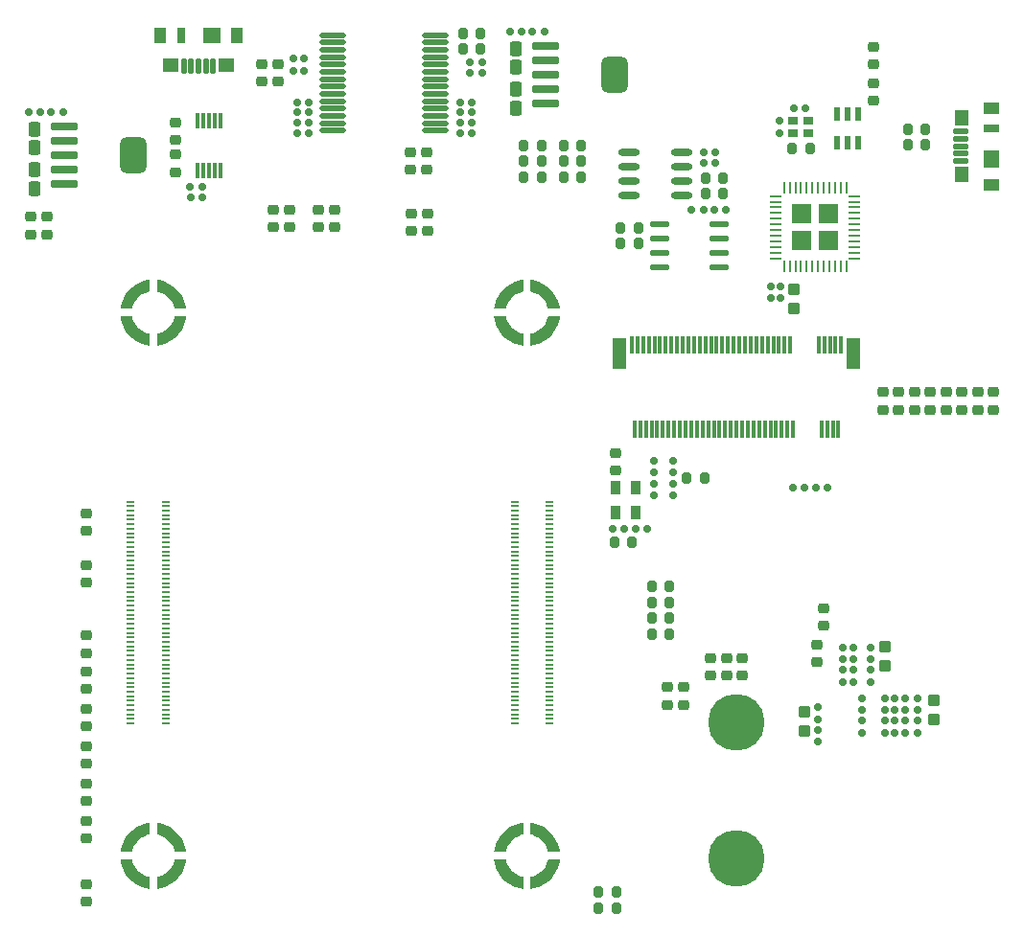
<source format=gbr>
G04*
G04 #@! TF.GenerationSoftware,Altium Limited,Altium Designer,24.9.1 (31)*
G04*
G04 Layer_Color=8421504*
%FSLAX44Y44*%
%MOMM*%
G71*
G04*
G04 #@! TF.SameCoordinates,95152EAB-924E-4990-96F7-4EF775BF21D2*
G04*
G04*
G04 #@! TF.FilePolarity,Positive*
G04*
G01*
G75*
%ADD20R,1.7076X1.7076*%
G04:AMPARAMS|DCode=21|XSize=0.4572mm|YSize=1.3716mm|CornerRadius=0.1143mm|HoleSize=0mm|Usage=FLASHONLY|Rotation=180.000|XOffset=0mm|YOffset=0mm|HoleType=Round|Shape=RoundedRectangle|*
%AMROUNDEDRECTD21*
21,1,0.4572,1.1430,0,0,180.0*
21,1,0.2286,1.3716,0,0,180.0*
1,1,0.2286,-0.1143,0.5715*
1,1,0.2286,0.1143,0.5715*
1,1,0.2286,0.1143,-0.5715*
1,1,0.2286,-0.1143,-0.5715*
%
%ADD21ROUNDEDRECTD21*%
%ADD22R,1.1000X1.4000*%
%ADD23R,1.3494X1.2224*%
%ADD24R,1.6000X1.4000*%
%ADD25R,0.8000X1.4000*%
G04:AMPARAMS|DCode=26|XSize=0.95mm|YSize=0.85mm|CornerRadius=0.2125mm|HoleSize=0mm|Usage=FLASHONLY|Rotation=180.000|XOffset=0mm|YOffset=0mm|HoleType=Round|Shape=RoundedRectangle|*
%AMROUNDEDRECTD26*
21,1,0.9500,0.4250,0,0,180.0*
21,1,0.5250,0.8500,0,0,180.0*
1,1,0.4250,-0.2625,0.2125*
1,1,0.4250,0.2625,0.2125*
1,1,0.4250,0.2625,-0.2125*
1,1,0.4250,-0.2625,-0.2125*
%
%ADD26ROUNDEDRECTD26*%
%ADD27O,0.2189X1.0367*%
%ADD28O,1.0367X0.2189*%
%ADD29R,0.3000X1.5500*%
%ADD30R,1.2000X2.7500*%
%ADD31R,1.4000X0.8000*%
%ADD32R,1.4000X1.6000*%
%ADD33R,1.4000X1.1000*%
%ADD34R,1.2224X1.3494*%
G04:AMPARAMS|DCode=35|XSize=0.4572mm|YSize=1.3716mm|CornerRadius=0.1143mm|HoleSize=0mm|Usage=FLASHONLY|Rotation=90.000|XOffset=0mm|YOffset=0mm|HoleType=Round|Shape=RoundedRectangle|*
%AMROUNDEDRECTD35*
21,1,0.4572,1.1430,0,0,90.0*
21,1,0.2286,1.3716,0,0,90.0*
1,1,0.2286,0.5715,0.1143*
1,1,0.2286,0.5715,-0.1143*
1,1,0.2286,-0.5715,-0.1143*
1,1,0.2286,-0.5715,0.1143*
%
%ADD35ROUNDEDRECTD35*%
%ADD36R,0.7000X0.2000*%
%ADD37R,0.8500X0.7500*%
G04:AMPARAMS|DCode=38|XSize=0.95mm|YSize=0.85mm|CornerRadius=0.2125mm|HoleSize=0mm|Usage=FLASHONLY|Rotation=90.000|XOffset=0mm|YOffset=0mm|HoleType=Round|Shape=RoundedRectangle|*
%AMROUNDEDRECTD38*
21,1,0.9500,0.4250,0,0,90.0*
21,1,0.5250,0.8500,0,0,90.0*
1,1,0.4250,0.2125,0.2625*
1,1,0.4250,0.2125,-0.2625*
1,1,0.4250,-0.2125,-0.2625*
1,1,0.4250,-0.2125,0.2625*
%
%ADD38ROUNDEDRECTD38*%
G04:AMPARAMS|DCode=39|XSize=1.64mm|YSize=0.59mm|CornerRadius=0.1475mm|HoleSize=0mm|Usage=FLASHONLY|Rotation=0.000|XOffset=0mm|YOffset=0mm|HoleType=Round|Shape=RoundedRectangle|*
%AMROUNDEDRECTD39*
21,1,1.6400,0.2950,0,0,0.0*
21,1,1.3450,0.5900,0,0,0.0*
1,1,0.2950,0.6725,-0.1475*
1,1,0.2950,-0.6725,-0.1475*
1,1,0.2950,-0.6725,0.1475*
1,1,0.2950,0.6725,0.1475*
%
%ADD39ROUNDEDRECTD39*%
G04:AMPARAMS|DCode=40|XSize=1.21mm|YSize=0.59mm|CornerRadius=0.0738mm|HoleSize=0mm|Usage=FLASHONLY|Rotation=270.000|XOffset=0mm|YOffset=0mm|HoleType=Round|Shape=RoundedRectangle|*
%AMROUNDEDRECTD40*
21,1,1.2100,0.4425,0,0,270.0*
21,1,1.0625,0.5900,0,0,270.0*
1,1,0.1475,-0.2213,-0.5313*
1,1,0.1475,-0.2213,0.5313*
1,1,0.1475,0.2213,0.5313*
1,1,0.1475,0.2213,-0.5313*
%
%ADD40ROUNDEDRECTD40*%
%ADD41R,0.9500X1.2000*%
G04:AMPARAMS|DCode=42|XSize=1.4mm|YSize=0.3mm|CornerRadius=0.075mm|HoleSize=0mm|Usage=FLASHONLY|Rotation=90.000|XOffset=0mm|YOffset=0mm|HoleType=Round|Shape=RoundedRectangle|*
%AMROUNDEDRECTD42*
21,1,1.4000,0.1500,0,0,90.0*
21,1,1.2500,0.3000,0,0,90.0*
1,1,0.1500,0.0750,0.6250*
1,1,0.1500,0.0750,-0.6250*
1,1,0.1500,-0.0750,-0.6250*
1,1,0.1500,-0.0750,0.6250*
%
%ADD42ROUNDEDRECTD42*%
%ADD43O,1.9000X0.6000*%
G04:AMPARAMS|DCode=44|XSize=3.2mm|YSize=2.4mm|CornerRadius=0.6mm|HoleSize=0mm|Usage=FLASHONLY|Rotation=90.000|XOffset=0mm|YOffset=0mm|HoleType=Round|Shape=RoundedRectangle|*
%AMROUNDEDRECTD44*
21,1,3.2000,1.2000,0,0,90.0*
21,1,2.0000,2.4000,0,0,90.0*
1,1,1.2000,0.6000,1.0000*
1,1,1.2000,0.6000,-1.0000*
1,1,1.2000,-0.6000,-1.0000*
1,1,1.2000,-0.6000,1.0000*
%
%ADD44ROUNDEDRECTD44*%
G04:AMPARAMS|DCode=45|XSize=0.7mm|YSize=2.4mm|CornerRadius=0.175mm|HoleSize=0mm|Usage=FLASHONLY|Rotation=90.000|XOffset=0mm|YOffset=0mm|HoleType=Round|Shape=RoundedRectangle|*
%AMROUNDEDRECTD45*
21,1,0.7000,2.0500,0,0,90.0*
21,1,0.3500,2.4000,0,0,90.0*
1,1,0.3500,1.0250,0.1750*
1,1,0.3500,1.0250,-0.1750*
1,1,0.3500,-1.0250,-0.1750*
1,1,0.3500,-1.0250,0.1750*
%
%ADD45ROUNDEDRECTD45*%
G04:AMPARAMS|DCode=46|XSize=1.1mm|YSize=1mm|CornerRadius=0.25mm|HoleSize=0mm|Usage=FLASHONLY|Rotation=270.000|XOffset=0mm|YOffset=0mm|HoleType=Round|Shape=RoundedRectangle|*
%AMROUNDEDRECTD46*
21,1,1.1000,0.5000,0,0,270.0*
21,1,0.6000,1.0000,0,0,270.0*
1,1,0.5000,-0.2500,-0.3000*
1,1,0.5000,-0.2500,0.3000*
1,1,0.5000,0.2500,0.3000*
1,1,0.5000,0.2500,-0.3000*
%
%ADD46ROUNDEDRECTD46*%
G04:AMPARAMS|DCode=47|XSize=0.65mm|YSize=0.6mm|CornerRadius=0.15mm|HoleSize=0mm|Usage=FLASHONLY|Rotation=0.000|XOffset=0mm|YOffset=0mm|HoleType=Round|Shape=RoundedRectangle|*
%AMROUNDEDRECTD47*
21,1,0.6500,0.3000,0,0,0.0*
21,1,0.3500,0.6000,0,0,0.0*
1,1,0.3000,0.1750,-0.1500*
1,1,0.3000,-0.1750,-0.1500*
1,1,0.3000,-0.1750,0.1500*
1,1,0.3000,0.1750,0.1500*
%
%ADD47ROUNDEDRECTD47*%
G04:AMPARAMS|DCode=48|XSize=0.65mm|YSize=0.6mm|CornerRadius=0.15mm|HoleSize=0mm|Usage=FLASHONLY|Rotation=90.000|XOffset=0mm|YOffset=0mm|HoleType=Round|Shape=RoundedRectangle|*
%AMROUNDEDRECTD48*
21,1,0.6500,0.3000,0,0,90.0*
21,1,0.3500,0.6000,0,0,90.0*
1,1,0.3000,0.1500,0.1750*
1,1,0.3000,0.1500,-0.1750*
1,1,0.3000,-0.1500,-0.1750*
1,1,0.3000,-0.1500,0.1750*
%
%ADD48ROUNDEDRECTD48*%
G04:AMPARAMS|DCode=49|XSize=1.1mm|YSize=1.3mm|CornerRadius=0.25mm|HoleSize=0mm|Usage=FLASHONLY|Rotation=180.000|XOffset=0mm|YOffset=0mm|HoleType=Round|Shape=RoundedRectangle|*
%AMROUNDEDRECTD49*
21,1,1.1000,0.8000,0,0,180.0*
21,1,0.6000,1.3000,0,0,180.0*
1,1,0.5000,-0.3000,0.4000*
1,1,0.5000,0.3000,0.4000*
1,1,0.5000,0.3000,-0.4000*
1,1,0.5000,-0.3000,-0.4000*
%
%ADD49ROUNDEDRECTD49*%
G04:AMPARAMS|DCode=50|XSize=2.3028mm|YSize=0.4427mm|CornerRadius=0.1107mm|HoleSize=0mm|Usage=FLASHONLY|Rotation=180.000|XOffset=0mm|YOffset=0mm|HoleType=Round|Shape=RoundedRectangle|*
%AMROUNDEDRECTD50*
21,1,2.3028,0.2214,0,0,180.0*
21,1,2.0814,0.4427,0,0,180.0*
1,1,0.2214,-1.0407,0.1107*
1,1,0.2214,1.0407,0.1107*
1,1,0.2214,1.0407,-0.1107*
1,1,0.2214,-1.0407,-0.1107*
%
%ADD50ROUNDEDRECTD50*%
%ADD51C,5.0000*%
G36*
X131750Y120981D02*
X129300Y121256D01*
X124561Y122619D01*
X120118Y124756D01*
X116096Y127609D01*
X112609Y131096D01*
X109756Y135118D01*
X107619Y139561D01*
X106256Y144300D01*
X105981Y146750D01*
D01*
X116280D01*
X116584Y145326D01*
X117514Y142567D01*
X118855Y139984D01*
X120574Y137635D01*
X122632Y135576D01*
X124981Y133856D01*
X127564Y132515D01*
X130322Y131585D01*
X131747Y131281D01*
D01*
X131750D01*
Y120981D01*
D02*
G37*
G36*
X105981Y153250D02*
X106256Y155700D01*
X107619Y160439D01*
X109756Y164882D01*
X112609Y168904D01*
X116096Y172391D01*
X120118Y175243D01*
X124561Y177381D01*
X129300Y178744D01*
X131750Y179019D01*
D01*
Y168720D01*
X130326Y168416D01*
X127567Y167486D01*
X124984Y166145D01*
X122635Y164426D01*
X120576Y162368D01*
X118856Y160019D01*
X117515Y157436D01*
X116585Y154678D01*
X116281Y153253D01*
D01*
Y153250D01*
X105981D01*
D02*
G37*
G36*
X164019Y146750D02*
X163744Y144300D01*
X162381Y139561D01*
X160243Y135118D01*
X157391Y131096D01*
X153904Y127609D01*
X149882Y124756D01*
X145439Y122619D01*
X140700Y121256D01*
X138250Y120981D01*
D01*
Y131280D01*
X139674Y131584D01*
X142433Y132514D01*
X145016Y133855D01*
X147365Y135574D01*
X149424Y137632D01*
X151144Y139981D01*
X152485Y142564D01*
X153415Y145322D01*
X153719Y146747D01*
D01*
Y146750D01*
X164019D01*
D02*
G37*
G36*
X138250Y179019D02*
X140700Y178744D01*
X145439Y177381D01*
X149882Y175243D01*
X153904Y172391D01*
X157391Y168904D01*
X160243Y164882D01*
X162381Y160439D01*
X163744Y155700D01*
X164019Y153250D01*
D01*
X153720D01*
X153416Y154674D01*
X152486Y157433D01*
X151145Y160016D01*
X149426Y162365D01*
X147368Y164424D01*
X145019Y166143D01*
X142436Y167484D01*
X139678Y168415D01*
X138253Y168719D01*
D01*
X138250D01*
Y179019D01*
D02*
G37*
G36*
X461750Y120981D02*
X459300Y121256D01*
X454561Y122619D01*
X450118Y124756D01*
X446096Y127609D01*
X442609Y131096D01*
X439757Y135118D01*
X437618Y139561D01*
X436256Y144300D01*
X435981Y146750D01*
D01*
X446280D01*
X446584Y145326D01*
X447514Y142567D01*
X448855Y139984D01*
X450574Y137635D01*
X452632Y135576D01*
X454981Y133856D01*
X457564Y132515D01*
X460322Y131585D01*
X461747Y131281D01*
D01*
X461750D01*
Y120981D01*
D02*
G37*
G36*
X435981Y153250D02*
X436256Y155700D01*
X437618Y160439D01*
X439757Y164882D01*
X442609Y168904D01*
X446096Y172391D01*
X450118Y175243D01*
X454561Y177381D01*
X459300Y178744D01*
X461750Y179019D01*
D01*
Y168720D01*
X460326Y168416D01*
X457567Y167486D01*
X454984Y166145D01*
X452635Y164426D01*
X450577Y162368D01*
X448857Y160019D01*
X447515Y157436D01*
X446585Y154678D01*
X446281Y153253D01*
D01*
Y153250D01*
X435981D01*
D02*
G37*
G36*
X494019Y146750D02*
X493744Y144300D01*
X492382Y139561D01*
X490243Y135118D01*
X487391Y131096D01*
X483904Y127609D01*
X479882Y124756D01*
X475439Y122619D01*
X470700Y121256D01*
X468250Y120981D01*
D01*
Y131280D01*
X469674Y131584D01*
X472433Y132514D01*
X475016Y133855D01*
X477365Y135574D01*
X479424Y137632D01*
X481143Y139981D01*
X482485Y142564D01*
X483415Y145322D01*
X483719Y146747D01*
D01*
Y146750D01*
X494019D01*
D02*
G37*
G36*
X468250Y179019D02*
X470700Y178744D01*
X475439Y177381D01*
X479882Y175243D01*
X483904Y172391D01*
X487391Y168904D01*
X490243Y164882D01*
X492382Y160439D01*
X493744Y155700D01*
X494019Y153250D01*
D01*
X483720D01*
X483416Y154674D01*
X482486Y157433D01*
X481145Y160016D01*
X479426Y162365D01*
X477368Y164424D01*
X475019Y166143D01*
X472436Y167484D01*
X469678Y168415D01*
X468253Y168719D01*
D01*
X468250D01*
Y179019D01*
D02*
G37*
G36*
X131750Y600981D02*
X129300Y601256D01*
X124561Y602618D01*
X120118Y604757D01*
X116096Y607609D01*
X112609Y611096D01*
X109756Y615118D01*
X107619Y619561D01*
X106256Y624300D01*
X105981Y626750D01*
D01*
X116280D01*
X116584Y625326D01*
X117514Y622567D01*
X118855Y619984D01*
X120574Y617635D01*
X122632Y615577D01*
X124981Y613857D01*
X127564Y612515D01*
X130322Y611585D01*
X131747Y611281D01*
D01*
X131750D01*
Y600981D01*
D02*
G37*
G36*
X105981Y633250D02*
X106256Y635700D01*
X107619Y640439D01*
X109756Y644882D01*
X112609Y648904D01*
X116096Y652391D01*
X120118Y655244D01*
X124561Y657382D01*
X129300Y658744D01*
X131750Y659019D01*
D01*
Y648720D01*
X130326Y648416D01*
X127567Y647486D01*
X124984Y646145D01*
X122635Y644426D01*
X120576Y642368D01*
X118856Y640019D01*
X117515Y637436D01*
X116585Y634678D01*
X116281Y633253D01*
D01*
Y633250D01*
X105981D01*
D02*
G37*
G36*
X164019Y626750D02*
X163744Y624300D01*
X162381Y619561D01*
X160243Y615118D01*
X157391Y611096D01*
X153904Y607609D01*
X149882Y604757D01*
X145439Y602618D01*
X140700Y601256D01*
X138250Y600981D01*
D01*
Y611280D01*
X139674Y611584D01*
X142433Y612514D01*
X145016Y613855D01*
X147365Y615574D01*
X149424Y617632D01*
X151144Y619981D01*
X152485Y622564D01*
X153415Y625322D01*
X153719Y626747D01*
D01*
Y626750D01*
X164019D01*
D02*
G37*
G36*
X138250Y659019D02*
X140700Y658744D01*
X145439Y657382D01*
X149882Y655244D01*
X153904Y652391D01*
X157391Y648904D01*
X160243Y644882D01*
X162381Y640439D01*
X163744Y635700D01*
X164019Y633250D01*
D01*
X153720D01*
X153416Y634674D01*
X152486Y637433D01*
X151145Y640016D01*
X149426Y642365D01*
X147368Y644424D01*
X145019Y646143D01*
X142436Y647485D01*
X139678Y648415D01*
X138253Y648719D01*
D01*
X138250D01*
Y659019D01*
D02*
G37*
G36*
X461750Y600981D02*
X459300Y601256D01*
X454561Y602618D01*
X450118Y604757D01*
X446096Y607609D01*
X442609Y611096D01*
X439757Y615118D01*
X437618Y619561D01*
X436256Y624300D01*
X435981Y626750D01*
D01*
X446280D01*
X446584Y625326D01*
X447514Y622567D01*
X448855Y619984D01*
X450574Y617635D01*
X452632Y615577D01*
X454981Y613857D01*
X457564Y612515D01*
X460322Y611585D01*
X461747Y611281D01*
D01*
X461750D01*
Y600981D01*
D02*
G37*
G36*
X435981Y633250D02*
X436256Y635700D01*
X437618Y640439D01*
X439757Y644882D01*
X442609Y648904D01*
X446096Y652391D01*
X450118Y655244D01*
X454561Y657382D01*
X459300Y658744D01*
X461750Y659019D01*
D01*
Y648720D01*
X460326Y648416D01*
X457567Y647486D01*
X454984Y646145D01*
X452635Y644426D01*
X450577Y642368D01*
X448857Y640019D01*
X447515Y637436D01*
X446585Y634678D01*
X446281Y633253D01*
D01*
Y633250D01*
X435981D01*
D02*
G37*
G36*
X494019Y626750D02*
X493744Y624300D01*
X492382Y619561D01*
X490243Y615118D01*
X487391Y611096D01*
X483904Y607609D01*
X479882Y604757D01*
X475439Y602618D01*
X470700Y601256D01*
X468250Y600981D01*
D01*
Y611280D01*
X469674Y611584D01*
X472433Y612514D01*
X475016Y613855D01*
X477365Y615574D01*
X479424Y617632D01*
X481143Y619981D01*
X482485Y622564D01*
X483415Y625322D01*
X483719Y626747D01*
D01*
Y626750D01*
X494019D01*
D02*
G37*
G36*
X468250Y659019D02*
X470700Y658744D01*
X475439Y657382D01*
X479882Y655244D01*
X483904Y652391D01*
X487391Y648904D01*
X490243Y644882D01*
X492382Y640439D01*
X493744Y635700D01*
X494019Y633250D01*
D01*
X483720D01*
X483416Y634674D01*
X482486Y637433D01*
X481145Y640016D01*
X479426Y642365D01*
X477368Y644424D01*
X475019Y646143D01*
X472436Y647485D01*
X469678Y648415D01*
X468253Y648719D01*
D01*
X468250D01*
Y659019D01*
D02*
G37*
D20*
X707654Y717341D02*
D03*
X731346D02*
D03*
X707654Y693648D02*
D03*
X731346D02*
D03*
D21*
X162000Y848198D02*
D03*
X168500D02*
D03*
X175000D02*
D03*
X181500D02*
D03*
X188000D02*
D03*
D22*
X141250Y874798D02*
D03*
X208750D02*
D03*
D23*
X199875Y849048D02*
D03*
X150125D02*
D03*
D24*
X186500Y874798D02*
D03*
D25*
X159506D02*
D03*
D26*
X231000Y849750D02*
D03*
Y834250D02*
D03*
X245000D02*
D03*
Y849750D02*
D03*
X771000Y864750D02*
D03*
Y849250D02*
D03*
Y832750D02*
D03*
Y817250D02*
D03*
X41000Y699250D02*
D03*
Y714750D02*
D03*
X76000Y279750D02*
D03*
Y264250D02*
D03*
X76000Y246750D02*
D03*
Y231250D02*
D03*
X821000Y544250D02*
D03*
Y559750D02*
D03*
X849000Y544250D02*
D03*
Y559750D02*
D03*
X877000Y544250D02*
D03*
Y559750D02*
D03*
X76000Y344750D02*
D03*
Y329250D02*
D03*
Y312750D02*
D03*
Y297250D02*
D03*
Y213750D02*
D03*
Y198250D02*
D03*
Y180750D02*
D03*
Y165250D02*
D03*
X76000Y124750D02*
D03*
Y109250D02*
D03*
X793000Y559750D02*
D03*
Y544250D02*
D03*
X543000Y505750D02*
D03*
Y490250D02*
D03*
X727000Y368750D02*
D03*
Y353250D02*
D03*
X721000Y336750D02*
D03*
Y321250D02*
D03*
X655000Y324750D02*
D03*
Y309250D02*
D03*
X641000Y324750D02*
D03*
Y309250D02*
D03*
X627000Y324750D02*
D03*
Y309250D02*
D03*
X589000Y299000D02*
D03*
Y283500D02*
D03*
X603000Y299000D02*
D03*
Y283500D02*
D03*
X863000Y544250D02*
D03*
Y559750D02*
D03*
X835000Y544250D02*
D03*
Y559750D02*
D03*
X807000Y544250D02*
D03*
Y559750D02*
D03*
X779000Y544250D02*
D03*
Y559750D02*
D03*
X376000Y756250D02*
D03*
Y771750D02*
D03*
X362000Y756250D02*
D03*
Y771750D02*
D03*
X377000Y702250D02*
D03*
Y717750D02*
D03*
X363000Y702250D02*
D03*
Y717750D02*
D03*
X76000Y391250D02*
D03*
Y406750D02*
D03*
Y452750D02*
D03*
Y437250D02*
D03*
X27000Y699250D02*
D03*
Y714750D02*
D03*
X155000Y797750D02*
D03*
Y782250D02*
D03*
Y769750D02*
D03*
Y754250D02*
D03*
X295000Y705250D02*
D03*
Y720750D02*
D03*
X281000Y705250D02*
D03*
Y720750D02*
D03*
X255000Y705250D02*
D03*
Y720750D02*
D03*
X241000Y705250D02*
D03*
Y720750D02*
D03*
D27*
X702000Y670989D02*
D03*
X697000D02*
D03*
X692000D02*
D03*
X707000D02*
D03*
X712000D02*
D03*
X717000D02*
D03*
X722000D02*
D03*
X727000D02*
D03*
X692000Y740000D02*
D03*
X697000D02*
D03*
X702000D02*
D03*
X707000D02*
D03*
X712000D02*
D03*
X717000D02*
D03*
X722000D02*
D03*
X727000D02*
D03*
X732000Y670989D02*
D03*
X737000D02*
D03*
X742000D02*
D03*
X747000D02*
D03*
X732000Y740000D02*
D03*
X737000D02*
D03*
X742000D02*
D03*
X747000D02*
D03*
D28*
X684995Y677995D02*
D03*
Y682995D02*
D03*
Y687995D02*
D03*
Y692995D02*
D03*
Y697995D02*
D03*
Y702995D02*
D03*
Y707995D02*
D03*
Y712995D02*
D03*
Y717995D02*
D03*
Y722995D02*
D03*
Y727995D02*
D03*
Y732995D02*
D03*
X754006Y677995D02*
D03*
Y682995D02*
D03*
Y687995D02*
D03*
Y692995D02*
D03*
Y697995D02*
D03*
Y702995D02*
D03*
Y707995D02*
D03*
Y712995D02*
D03*
Y717995D02*
D03*
Y722995D02*
D03*
Y727995D02*
D03*
Y732995D02*
D03*
D29*
X740000Y527250D02*
D03*
X735000D02*
D03*
X730000D02*
D03*
X725000D02*
D03*
X700000D02*
D03*
X695000D02*
D03*
X690000D02*
D03*
X685000D02*
D03*
X680000D02*
D03*
X675000D02*
D03*
X670000D02*
D03*
X665000D02*
D03*
X660000D02*
D03*
X655000D02*
D03*
X650000D02*
D03*
X645000D02*
D03*
X640000D02*
D03*
X635000D02*
D03*
X630000D02*
D03*
X625000D02*
D03*
X620000D02*
D03*
X615000D02*
D03*
X610000D02*
D03*
X605000D02*
D03*
X600000D02*
D03*
X595000D02*
D03*
X590000D02*
D03*
X585000D02*
D03*
X580000D02*
D03*
X575000D02*
D03*
X570000D02*
D03*
X565000D02*
D03*
X560000D02*
D03*
X742500Y601750D02*
D03*
X737500D02*
D03*
X732500D02*
D03*
X727500D02*
D03*
X722500D02*
D03*
X697500D02*
D03*
X692500D02*
D03*
X687500D02*
D03*
X682500D02*
D03*
X677500D02*
D03*
X672500D02*
D03*
X667500D02*
D03*
X662500D02*
D03*
X657500D02*
D03*
X652500D02*
D03*
X647500D02*
D03*
X642500D02*
D03*
X637500D02*
D03*
X632500D02*
D03*
X627500D02*
D03*
X622500D02*
D03*
X617500D02*
D03*
X612500D02*
D03*
X607500D02*
D03*
X602500D02*
D03*
X597500D02*
D03*
X592500D02*
D03*
X587500D02*
D03*
X582500D02*
D03*
X577500D02*
D03*
X572500D02*
D03*
X567500D02*
D03*
X562500D02*
D03*
X557500D02*
D03*
D30*
X753500Y594000D02*
D03*
X546500D02*
D03*
D31*
X874798Y792494D02*
D03*
D32*
Y765500D02*
D03*
D33*
Y743250D02*
D03*
Y810750D02*
D03*
D34*
X849048Y801875D02*
D03*
Y752125D02*
D03*
D35*
X848198Y764000D02*
D03*
Y770500D02*
D03*
Y777000D02*
D03*
Y783500D02*
D03*
Y790000D02*
D03*
D36*
X115000Y463000D02*
D03*
X145800D02*
D03*
X115000Y459000D02*
D03*
X145800D02*
D03*
X115000Y455000D02*
D03*
X145800D02*
D03*
X115000Y451000D02*
D03*
X145800D02*
D03*
X115000Y447000D02*
D03*
X145800D02*
D03*
X115000Y443000D02*
D03*
X145800D02*
D03*
X115000Y439000D02*
D03*
X145800D02*
D03*
X115000Y435000D02*
D03*
X145800D02*
D03*
X115000Y431000D02*
D03*
X145800D02*
D03*
X115000Y427000D02*
D03*
X145800D02*
D03*
X115000Y423000D02*
D03*
X145800D02*
D03*
X115000Y419000D02*
D03*
X145800D02*
D03*
X115000Y415000D02*
D03*
X145800D02*
D03*
X115000Y411000D02*
D03*
X145800D02*
D03*
X115000Y407000D02*
D03*
X145800D02*
D03*
X115000Y403000D02*
D03*
X145800D02*
D03*
X115000Y399000D02*
D03*
X145800D02*
D03*
X115000Y395000D02*
D03*
X145800D02*
D03*
X115000Y391000D02*
D03*
X145800D02*
D03*
X115000Y387000D02*
D03*
X145800D02*
D03*
X115000Y383000D02*
D03*
X145800D02*
D03*
X115000Y379000D02*
D03*
X145800D02*
D03*
X115000Y375000D02*
D03*
X145800D02*
D03*
X115000Y371000D02*
D03*
X145800D02*
D03*
X115000Y367000D02*
D03*
X145800D02*
D03*
X115000Y363000D02*
D03*
X145800D02*
D03*
X115000Y359000D02*
D03*
X145800D02*
D03*
X115000Y355000D02*
D03*
X145800D02*
D03*
X115000Y351000D02*
D03*
X145800D02*
D03*
X115000Y347000D02*
D03*
X145800D02*
D03*
X115000Y343000D02*
D03*
X145800D02*
D03*
X115000Y339000D02*
D03*
X145800D02*
D03*
X115000Y335000D02*
D03*
X145800D02*
D03*
X115000Y331000D02*
D03*
X145800D02*
D03*
X115000Y327000D02*
D03*
X145800D02*
D03*
X115000Y323000D02*
D03*
X145800D02*
D03*
X115000Y319000D02*
D03*
X145800D02*
D03*
X115000Y315000D02*
D03*
X145800D02*
D03*
X115000Y311000D02*
D03*
X145800D02*
D03*
X115000Y307000D02*
D03*
X145800D02*
D03*
X115000Y303000D02*
D03*
X145800D02*
D03*
X115000Y299000D02*
D03*
X145800D02*
D03*
X115000Y295000D02*
D03*
X145800D02*
D03*
X115000Y291000D02*
D03*
X145800D02*
D03*
X115000Y287000D02*
D03*
X145800D02*
D03*
X115000Y283000D02*
D03*
X145800D02*
D03*
X115000Y279000D02*
D03*
X145800D02*
D03*
X115000Y275000D02*
D03*
X145800D02*
D03*
X115000Y271000D02*
D03*
X145800D02*
D03*
X115000Y267000D02*
D03*
X145800D02*
D03*
X454200Y463000D02*
D03*
X485000D02*
D03*
X454200Y459000D02*
D03*
X485000D02*
D03*
X454200Y455000D02*
D03*
X485000D02*
D03*
X454200Y451000D02*
D03*
X485000D02*
D03*
X454200Y447000D02*
D03*
X485000D02*
D03*
X454200Y443000D02*
D03*
X485000D02*
D03*
X454200Y439000D02*
D03*
X485000D02*
D03*
X454200Y435000D02*
D03*
X485000D02*
D03*
X454200Y431000D02*
D03*
X485000D02*
D03*
X454200Y427000D02*
D03*
X485000D02*
D03*
X454200Y423000D02*
D03*
X485000D02*
D03*
X454200Y419000D02*
D03*
X485000D02*
D03*
X454200Y415000D02*
D03*
X485000D02*
D03*
X454200Y411000D02*
D03*
X485000D02*
D03*
X454200Y407000D02*
D03*
X485000D02*
D03*
X454200Y403000D02*
D03*
X485000D02*
D03*
X454200Y399000D02*
D03*
X485000D02*
D03*
X454200Y395000D02*
D03*
X485000D02*
D03*
X454200Y391000D02*
D03*
X485000D02*
D03*
X454200Y387000D02*
D03*
X485000D02*
D03*
X454200Y383000D02*
D03*
X485000D02*
D03*
X454200Y379000D02*
D03*
X485000D02*
D03*
X454200Y375000D02*
D03*
X485000D02*
D03*
X454200Y371000D02*
D03*
X485000D02*
D03*
X454200Y367000D02*
D03*
X485000D02*
D03*
X454200Y363000D02*
D03*
X485000D02*
D03*
X454200Y359000D02*
D03*
X485000D02*
D03*
X454200Y355000D02*
D03*
X485000D02*
D03*
X454200Y351000D02*
D03*
X485000D02*
D03*
X454200Y347000D02*
D03*
X485000D02*
D03*
X454200Y343000D02*
D03*
X485000D02*
D03*
X454200Y339000D02*
D03*
X485000D02*
D03*
X454200Y335000D02*
D03*
X485000D02*
D03*
X454200Y331000D02*
D03*
X485000D02*
D03*
X454200Y327000D02*
D03*
X485000D02*
D03*
X454200Y323000D02*
D03*
X485000D02*
D03*
X454200Y319000D02*
D03*
X485000D02*
D03*
X454200Y315000D02*
D03*
X485000D02*
D03*
X454200Y311000D02*
D03*
X485000D02*
D03*
X454200Y307000D02*
D03*
X485000D02*
D03*
X454200Y303000D02*
D03*
X485000D02*
D03*
X454200Y299000D02*
D03*
X485000D02*
D03*
X454200Y295000D02*
D03*
X485000D02*
D03*
X454200Y291000D02*
D03*
X485000D02*
D03*
X454200Y287000D02*
D03*
X485000D02*
D03*
X454200Y283000D02*
D03*
X485000D02*
D03*
X454200Y279000D02*
D03*
X485000D02*
D03*
X454200Y275000D02*
D03*
X485000D02*
D03*
X454200Y271000D02*
D03*
X485000D02*
D03*
X454200Y267000D02*
D03*
X485000D02*
D03*
D37*
X713750Y799250D02*
D03*
X700250D02*
D03*
Y788750D02*
D03*
X713750D02*
D03*
D38*
X423750Y877000D02*
D03*
X408250D02*
D03*
X816750Y792000D02*
D03*
X801250D02*
D03*
X543750Y118000D02*
D03*
X528250D02*
D03*
X622760Y735000D02*
D03*
X638260D02*
D03*
X622760Y749000D02*
D03*
X638260D02*
D03*
X621750Y484000D02*
D03*
X606250D02*
D03*
X542250Y427000D02*
D03*
X557750D02*
D03*
X590750Y388000D02*
D03*
X575250D02*
D03*
X590750Y374000D02*
D03*
X575250D02*
D03*
X590750Y360000D02*
D03*
X575250D02*
D03*
X590750Y346000D02*
D03*
X575250D02*
D03*
X543750Y104000D02*
D03*
X528250D02*
D03*
X801250Y778250D02*
D03*
X816750D02*
D03*
X714750Y775000D02*
D03*
X699250D02*
D03*
X513000Y778000D02*
D03*
X497500D02*
D03*
X513000Y764000D02*
D03*
X497500D02*
D03*
X513000Y750000D02*
D03*
X497500D02*
D03*
X462250Y778000D02*
D03*
X477750D02*
D03*
X462250Y764000D02*
D03*
X477750D02*
D03*
X462250Y750000D02*
D03*
X477750D02*
D03*
X563240Y691000D02*
D03*
X547740D02*
D03*
X563240Y705000D02*
D03*
X547740D02*
D03*
X423750Y863000D02*
D03*
X408250D02*
D03*
D39*
X634860Y708050D02*
D03*
Y695350D02*
D03*
Y682650D02*
D03*
Y669950D02*
D03*
X582160D02*
D03*
Y682650D02*
D03*
Y695350D02*
D03*
Y708050D02*
D03*
D40*
X757500Y780450D02*
D03*
X748000D02*
D03*
X738500D02*
D03*
Y805550D02*
D03*
X748000D02*
D03*
X757500D02*
D03*
D41*
X543250Y453000D02*
D03*
Y475000D02*
D03*
X560750D02*
D03*
Y453000D02*
D03*
D42*
X174000Y755784D02*
D03*
X179000D02*
D03*
X184000D02*
D03*
X189000D02*
D03*
X194000D02*
D03*
Y799784D02*
D03*
X189000D02*
D03*
X184000D02*
D03*
X179000D02*
D03*
X174000D02*
D03*
D43*
X601784Y733300D02*
D03*
Y746000D02*
D03*
Y758700D02*
D03*
Y771400D02*
D03*
X554784Y733300D02*
D03*
Y746000D02*
D03*
Y758700D02*
D03*
Y771400D02*
D03*
D44*
X117250Y769000D02*
D03*
X542226Y840000D02*
D03*
D45*
X56750Y743600D02*
D03*
Y756300D02*
D03*
Y769000D02*
D03*
Y781700D02*
D03*
Y794400D02*
D03*
X481726Y814600D02*
D03*
Y827300D02*
D03*
Y840000D02*
D03*
Y852700D02*
D03*
Y865400D02*
D03*
D46*
X701000Y633500D02*
D03*
Y650500D02*
D03*
X824000Y270500D02*
D03*
Y287500D02*
D03*
X781000Y334500D02*
D03*
Y317500D02*
D03*
X709796Y260500D02*
D03*
Y277500D02*
D03*
D47*
X44750Y807000D02*
D03*
X55250D02*
D03*
X631250Y762000D02*
D03*
X620750D02*
D03*
Y772000D02*
D03*
X631250D02*
D03*
X730250Y475000D02*
D03*
X719750D02*
D03*
X710250D02*
D03*
X699750D02*
D03*
X540500Y439000D02*
D03*
X551000D02*
D03*
X560750D02*
D03*
X571250D02*
D03*
X700750Y811000D02*
D03*
X711250D02*
D03*
X620760Y721000D02*
D03*
X610260D02*
D03*
X640760D02*
D03*
X630260D02*
D03*
X469750Y878000D02*
D03*
X480250D02*
D03*
X449750Y878000D02*
D03*
X460250D02*
D03*
X425250Y851000D02*
D03*
X414750D02*
D03*
Y842000D02*
D03*
X425250D02*
D03*
X416250Y798000D02*
D03*
X405750D02*
D03*
Y807000D02*
D03*
X416250D02*
D03*
X416250Y816000D02*
D03*
X405750D02*
D03*
X405750Y789000D02*
D03*
X416250D02*
D03*
X24750Y807000D02*
D03*
X35250D02*
D03*
X167500Y741000D02*
D03*
X178000D02*
D03*
X178250Y732000D02*
D03*
X167750D02*
D03*
X272250Y789000D02*
D03*
X261750D02*
D03*
Y798000D02*
D03*
X272250D02*
D03*
Y807000D02*
D03*
X261750D02*
D03*
Y816000D02*
D03*
X272250D02*
D03*
D48*
X259000Y843750D02*
D03*
Y854250D02*
D03*
X268000D02*
D03*
Y843750D02*
D03*
X594000Y479000D02*
D03*
Y468500D02*
D03*
X577000Y479000D02*
D03*
Y468500D02*
D03*
X594000Y499000D02*
D03*
Y488500D02*
D03*
X577000Y499000D02*
D03*
Y488500D02*
D03*
X768796Y314250D02*
D03*
Y303750D02*
D03*
Y334250D02*
D03*
Y323750D02*
D03*
X743796Y314250D02*
D03*
Y303750D02*
D03*
X752796Y334250D02*
D03*
Y323750D02*
D03*
Y314250D02*
D03*
Y303750D02*
D03*
X743796Y334250D02*
D03*
Y323750D02*
D03*
X809796Y269250D02*
D03*
Y258750D02*
D03*
Y289250D02*
D03*
Y278750D02*
D03*
X798796Y269250D02*
D03*
Y258750D02*
D03*
Y289250D02*
D03*
Y278750D02*
D03*
X789796Y269250D02*
D03*
Y258750D02*
D03*
Y289250D02*
D03*
Y278750D02*
D03*
X780796Y289250D02*
D03*
Y278750D02*
D03*
Y269250D02*
D03*
Y258750D02*
D03*
X760796Y289250D02*
D03*
Y278750D02*
D03*
Y269250D02*
D03*
Y258750D02*
D03*
X721796Y281250D02*
D03*
Y270750D02*
D03*
Y261250D02*
D03*
Y250750D02*
D03*
X688000Y799250D02*
D03*
Y788750D02*
D03*
X689000Y642750D02*
D03*
Y653250D02*
D03*
X680000Y653250D02*
D03*
Y642750D02*
D03*
D49*
X455000Y827250D02*
D03*
Y810750D02*
D03*
Y846750D02*
D03*
Y863250D02*
D03*
X30000Y775750D02*
D03*
Y792250D02*
D03*
Y756250D02*
D03*
Y739750D02*
D03*
D50*
X384155Y790750D02*
D03*
Y797250D02*
D03*
Y803750D02*
D03*
Y810250D02*
D03*
Y816750D02*
D03*
Y823250D02*
D03*
Y829750D02*
D03*
Y836250D02*
D03*
Y842750D02*
D03*
Y849250D02*
D03*
Y855750D02*
D03*
Y862250D02*
D03*
Y868750D02*
D03*
Y875250D02*
D03*
X293845D02*
D03*
Y868750D02*
D03*
Y862250D02*
D03*
Y855750D02*
D03*
Y849250D02*
D03*
Y842750D02*
D03*
Y836250D02*
D03*
Y829750D02*
D03*
Y823250D02*
D03*
Y816750D02*
D03*
Y810250D02*
D03*
Y803750D02*
D03*
Y797250D02*
D03*
Y790750D02*
D03*
D51*
X650000Y147500D02*
D03*
Y267500D02*
D03*
M02*

</source>
